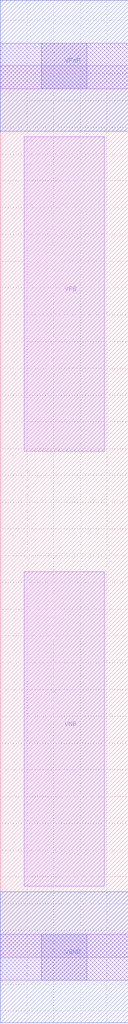
<source format=lef>
# Copyright 2020 The SkyWater PDK Authors
#
# Licensed under the Apache License, Version 2.0 (the "License");
# you may not use this file except in compliance with the License.
# You may obtain a copy of the License at
#
#     https://www.apache.org/licenses/LICENSE-2.0
#
# Unless required by applicable law or agreed to in writing, software
# distributed under the License is distributed on an "AS IS" BASIS,
# WITHOUT WARRANTIES OR CONDITIONS OF ANY KIND, either express or implied.
# See the License for the specific language governing permissions and
# limitations under the License.
#
# SPDX-License-Identifier: Apache-2.0

VERSION 5.7 ;
  NAMESCASESENSITIVE ON ;
  NOWIREEXTENSIONATPIN ON ;
  DIVIDERCHAR "/" ;
  BUSBITCHARS "[]" ;
UNITS
  DATABASE MICRONS 200 ;
END UNITS
MACRO sky130_fd_sc_hs__tap_1
  CLASS CORE ;
  SOURCE USER ;
  FOREIGN sky130_fd_sc_hs__tap_1 ;
  ORIGIN  0.000000  0.000000 ;
  SIZE  0.480000 BY  3.330000 ;
  SYMMETRY X Y ;
  SITE unit ;
  PIN VGND
    DIRECTION INOUT ;
    USE GROUND ;
    PORT
      LAYER met1 ;
        RECT 0.000000 -0.245000 0.480000 0.245000 ;
    END
  END VGND
  PIN VNB
    DIRECTION INOUT ;
    USE GROUND ;
    PORT
      LAYER li1 ;
        RECT 0.090000 0.265000 0.390000 1.440000 ;
    END
  END VNB
  PIN VPB
    DIRECTION INOUT ;
    USE POWER ;
    PORT
      LAYER li1 ;
        RECT 0.090000 1.890000 0.390000 3.065000 ;
    END
  END VPB
  PIN VPWR
    DIRECTION INOUT ;
    USE POWER ;
    PORT
      LAYER met1 ;
        RECT 0.000000 3.085000 0.480000 3.575000 ;
    END
  END VPWR
  OBS
    LAYER li1 ;
      RECT 0.000000 -0.085000 0.480000 0.085000 ;
      RECT 0.000000  3.245000 0.480000 3.415000 ;
    LAYER mcon ;
      RECT 0.155000 -0.085000 0.325000 0.085000 ;
      RECT 0.155000  3.245000 0.325000 3.415000 ;
  END
END sky130_fd_sc_hs__tap_1
END LIBRARY

</source>
